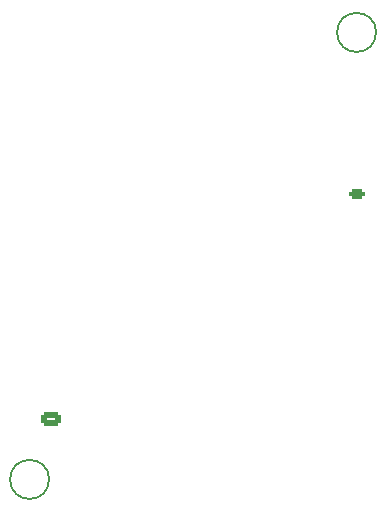
<source format=gbr>
%TF.GenerationSoftware,KiCad,Pcbnew,(6.0.7)*%
%TF.CreationDate,2023-05-31T15:48:29-07:00*%
%TF.ProjectId,sulu_ads1299,73756c75-5f61-4647-9331-3239392e6b69,rev?*%
%TF.SameCoordinates,Original*%
%TF.FileFunction,Legend,Bot*%
%TF.FilePolarity,Positive*%
%FSLAX46Y46*%
G04 Gerber Fmt 4.6, Leading zero omitted, Abs format (unit mm)*
G04 Created by KiCad (PCBNEW (6.0.7)) date 2023-05-31 15:48:29*
%MOMM*%
%LPD*%
G01*
G04 APERTURE LIST*
G04 Aperture macros list*
%AMRoundRect*
0 Rectangle with rounded corners*
0 $1 Rounding radius*
0 $2 $3 $4 $5 $6 $7 $8 $9 X,Y pos of 4 corners*
0 Add a 4 corners polygon primitive as box body*
4,1,4,$2,$3,$4,$5,$6,$7,$8,$9,$2,$3,0*
0 Add four circle primitives for the rounded corners*
1,1,$1+$1,$2,$3*
1,1,$1+$1,$4,$5*
1,1,$1+$1,$6,$7*
1,1,$1+$1,$8,$9*
0 Add four rect primitives between the rounded corners*
20,1,$1+$1,$2,$3,$4,$5,0*
20,1,$1+$1,$4,$5,$6,$7,0*
20,1,$1+$1,$6,$7,$8,$9,0*
20,1,$1+$1,$8,$9,$2,$3,0*%
G04 Aperture macros list end*
%ADD10C,0.150000*%
%ADD11C,0.762000*%
%ADD12RoundRect,0.250000X0.625000X-0.350000X0.625000X0.350000X-0.625000X0.350000X-0.625000X-0.350000X0*%
%ADD13O,1.750000X1.200000*%
%ADD14RoundRect,0.200000X0.450000X-0.200000X0.450000X0.200000X-0.450000X0.200000X-0.450000X-0.200000X0*%
%ADD15O,1.300000X0.800000*%
%ADD16C,0.568750*%
G04 APERTURE END LIST*
D10*
X116713000Y-53594000D02*
G75*
G03*
X116713000Y-53594000I-1651000J0D01*
G01*
X89027000Y-91440000D02*
G75*
G03*
X89027000Y-91440000I-1651000J0D01*
G01*
%LPC*%
D11*
%TO.C,J11*%
X99060000Y-51943000D03*
%TD*%
%TO.C,TP1*%
X112903000Y-82169000D03*
%TD*%
%TO.C,J8*%
X96774000Y-52705000D03*
%TD*%
D12*
%TO.C,J2*%
X89154000Y-86360000D03*
D13*
X89154000Y-84360000D03*
%TD*%
D14*
%TO.C,J1*%
X115131000Y-67240000D03*
D15*
X115131000Y-65990000D03*
X115131000Y-64740000D03*
X115131000Y-63490000D03*
X115131000Y-62240000D03*
X115131000Y-60990000D03*
X115131000Y-59740000D03*
X115131000Y-58490000D03*
%TD*%
D11*
%TO.C,TP3*%
X110490000Y-68453000D03*
%TD*%
%TO.C,J20*%
X96266000Y-67945000D03*
%TD*%
D16*
%TO.C,U5*%
X99650750Y-60893750D03*
X101925750Y-59756250D03*
X103063250Y-63168750D03*
X101925750Y-60893750D03*
X106475750Y-58618750D03*
X101925750Y-58618750D03*
X103063250Y-59756250D03*
X106475750Y-56343750D03*
X99650750Y-59756250D03*
X105338250Y-62031250D03*
X100788250Y-63168750D03*
X106475750Y-57481250D03*
X104200750Y-57481250D03*
X103063250Y-64306250D03*
X101925750Y-56343750D03*
X100788250Y-58618750D03*
X103063250Y-56343750D03*
X107613250Y-57481250D03*
X99650750Y-58618750D03*
X100788250Y-57481250D03*
X104200750Y-58618750D03*
X104200750Y-64306250D03*
X99650750Y-57481250D03*
X106475750Y-64306250D03*
X105338250Y-60893750D03*
X101925750Y-62031250D03*
X104200750Y-60893750D03*
X105338250Y-63168750D03*
X106475750Y-60893750D03*
X99650750Y-64306250D03*
X106475750Y-59756250D03*
X104200750Y-59756250D03*
X99650750Y-63168750D03*
X100788250Y-59756250D03*
X101925750Y-64306250D03*
X107613250Y-62031250D03*
X107613250Y-60893750D03*
X107613250Y-58618750D03*
X105338250Y-58618750D03*
X103063250Y-60893750D03*
X107613250Y-64306250D03*
X103063250Y-62031250D03*
X99650750Y-62031250D03*
X101925750Y-57481250D03*
X105338250Y-64306250D03*
X106475750Y-62031250D03*
X103063250Y-58618750D03*
X107613250Y-63168750D03*
X103063250Y-57481250D03*
X105338250Y-56343750D03*
X105338250Y-59756250D03*
X104200750Y-63168750D03*
X107613250Y-56343750D03*
X101925750Y-63168750D03*
X100788250Y-62031250D03*
X105338250Y-57481250D03*
X104200750Y-56343750D03*
X100788250Y-64306250D03*
X99650750Y-56343750D03*
X104200750Y-62031250D03*
X106475750Y-63168750D03*
X107613250Y-59756250D03*
X100788250Y-60893750D03*
X100788250Y-56343750D03*
%TD*%
D11*
%TO.C,J4*%
X97790000Y-51816000D03*
%TD*%
%TO.C,TP2*%
X111633000Y-82169000D03*
%TD*%
%TO.C,J5*%
X106426000Y-52197000D03*
%TD*%
%TO.C,J6*%
X101473000Y-52070000D03*
%TD*%
%TO.C,J17*%
X111633000Y-67437000D03*
%TD*%
%TO.C,J16*%
X110871000Y-59944000D03*
%TD*%
M02*

</source>
